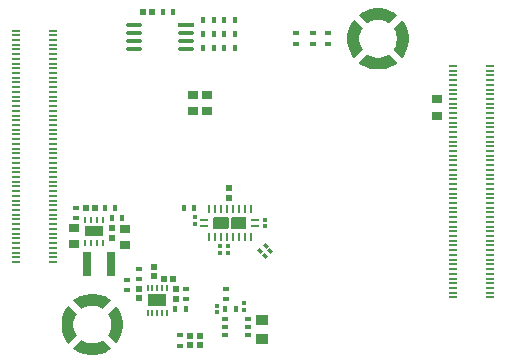
<source format=gbp>
G04*
G04 #@! TF.GenerationSoftware,Altium Limited,Altium Designer,22.11.1 (43)*
G04*
G04 Layer_Color=128*
%FSLAX44Y44*%
%MOMM*%
G71*
G04*
G04 #@! TF.SameCoordinates,EA2F1550-8411-4DB4-965C-DA60C2665ED4*
G04*
G04*
G04 #@! TF.FilePolarity,Positive*
G04*
G01*
G75*
%ADD18R,0.5500X0.4500*%
%ADD19R,0.4500X0.5500*%
%ADD25R,0.9000X0.7000*%
%ADD39R,0.5200X0.5200*%
%ADD40R,0.5200X0.5200*%
%ADD88R,0.7000X0.1800*%
%ADD89R,0.3200X0.3600*%
%ADD90R,0.8000X2.0000*%
%ADD91R,0.2800X0.5000*%
%ADD92R,1.6000X0.9000*%
%ADD93R,1.6002X0.9906*%
%ADD94R,0.2540X0.5588*%
G04:AMPARAMS|DCode=95|XSize=0.25mm|YSize=0.6mm|CornerRadius=0.025mm|HoleSize=0mm|Usage=FLASHONLY|Rotation=180.000|XOffset=0mm|YOffset=0mm|HoleType=Round|Shape=RoundedRectangle|*
%AMROUNDEDRECTD95*
21,1,0.2500,0.5500,0,0,180.0*
21,1,0.2000,0.6000,0,0,180.0*
1,1,0.0500,-0.1000,0.2750*
1,1,0.0500,0.1000,0.2750*
1,1,0.0500,0.1000,-0.2750*
1,1,0.0500,-0.1000,-0.2750*
%
%ADD95ROUNDEDRECTD95*%
G04:AMPARAMS|DCode=96|XSize=0.25mm|YSize=0.6mm|CornerRadius=0.025mm|HoleSize=0mm|Usage=FLASHONLY|Rotation=270.000|XOffset=0mm|YOffset=0mm|HoleType=Round|Shape=RoundedRectangle|*
%AMROUNDEDRECTD96*
21,1,0.2500,0.5500,0,0,270.0*
21,1,0.2000,0.6000,0,0,270.0*
1,1,0.0500,-0.2750,-0.1000*
1,1,0.0500,-0.2750,0.1000*
1,1,0.0500,0.2750,0.1000*
1,1,0.0500,0.2750,-0.1000*
%
%ADD96ROUNDEDRECTD96*%
%ADD98O,1.4000X0.3500*%
%ADD99R,1.4000X0.3500*%
%ADD100R,0.5000X0.4000*%
%ADD101R,1.0000X0.9000*%
G04:AMPARAMS|DCode=102|XSize=0.32mm|YSize=0.36mm|CornerRadius=0mm|HoleSize=0mm|Usage=FLASHONLY|Rotation=45.000|XOffset=0mm|YOffset=0mm|HoleType=Round|Shape=Rectangle|*
%AMROTATEDRECTD102*
4,1,4,0.0141,-0.2404,-0.2404,0.0141,-0.0141,0.2404,0.2404,-0.0141,0.0141,-0.2404,0.0*
%
%ADD102ROTATEDRECTD102*%

G36*
X194067Y119848D02*
X194348Y119566D01*
X194500Y119199D01*
Y119000D01*
Y111000D01*
Y110801D01*
X194348Y110434D01*
X194067Y110152D01*
X193699Y110000D01*
X182301D01*
X181933Y110152D01*
X181652Y110434D01*
X181500Y110801D01*
Y111000D01*
Y119000D01*
Y119199D01*
X181652Y119566D01*
X181933Y119848D01*
X182301Y120000D01*
X193699D01*
X194067Y119848D01*
D02*
G37*
G36*
X85422Y54287D02*
X89508Y52880D01*
X93305Y50818D01*
X95007Y49488D01*
X95007D01*
X88177Y42106D01*
X87151Y42768D01*
X84961Y43848D01*
X82633Y44582D01*
X80220Y44953D01*
X77779D01*
X75367Y44582D01*
X73039Y43848D01*
X70849Y42768D01*
X69823Y42106D01*
X69823Y42106D01*
X62993Y49488D01*
X64695Y50818D01*
X68492Y52880D01*
X72578Y54287D01*
X76839Y55000D01*
X81160D01*
X85422Y54287D01*
D02*
G37*
G36*
X65894Y19823D02*
D01*
X65894Y19823D01*
X65894Y19823D01*
D02*
G37*
G36*
X95007Y8512D02*
X93305Y7182D01*
X89508Y5120D01*
X85422Y3713D01*
X81160Y3000D01*
X76839D01*
X72578Y3713D01*
X68492Y5120D01*
X64695Y7182D01*
X62993Y8512D01*
X62993Y8512D01*
X69823Y15893D01*
X70849Y15232D01*
X73039Y14152D01*
X75367Y13418D01*
X77779Y13047D01*
X80220D01*
X82633Y13418D01*
X84961Y14152D01*
X87151Y15232D01*
X88177Y15893D01*
X88177Y15894D01*
X95007Y8512D01*
D02*
G37*
G36*
X100818Y43305D02*
X102880Y39508D01*
X104287Y35422D01*
X105000Y31160D01*
Y26839D01*
X104287Y22578D01*
X102880Y18492D01*
X100818Y14695D01*
X99488Y12993D01*
X92106Y19823D01*
X92768Y20849D01*
X93848Y23039D01*
X94582Y25367D01*
X94953Y27779D01*
Y30220D01*
X94582Y32633D01*
X93848Y34961D01*
X92768Y37151D01*
X92106Y38177D01*
X92106Y38177D01*
X99488Y45007D01*
X100818Y43305D01*
D02*
G37*
G36*
X65894Y38177D02*
X65232Y37151D01*
X64152Y34961D01*
X63418Y32633D01*
X63047Y30220D01*
Y27779D01*
X63418Y25367D01*
X64152Y23039D01*
X65232Y20849D01*
X65894Y19823D01*
X58512Y12993D01*
X57182Y14695D01*
X55120Y18492D01*
X53713Y22578D01*
X53000Y26839D01*
Y31160D01*
X53713Y35422D01*
X55120Y39508D01*
X57182Y43305D01*
X58512Y45007D01*
X58512Y45007D01*
X65894Y38177D01*
D02*
G37*
G36*
X327422Y296287D02*
X331507Y294880D01*
X335305Y292818D01*
X337007Y291488D01*
X337007D01*
X330177Y284106D01*
X329151Y284768D01*
X326961Y285848D01*
X324633Y286582D01*
X322220Y286953D01*
X319779D01*
X317367Y286582D01*
X315039Y285848D01*
X312849Y284768D01*
X311823Y284106D01*
X311823Y284107D01*
X304993Y291488D01*
X306695Y292818D01*
X310492Y294880D01*
X314578Y296287D01*
X318839Y297000D01*
X323160D01*
X327422Y296287D01*
D02*
G37*
G36*
X307894Y261823D02*
D01*
X307894Y261823D01*
X307894Y261823D01*
D02*
G37*
G36*
X337007Y250512D02*
X335305Y249182D01*
X331507Y247120D01*
X327422Y245713D01*
X323160Y245000D01*
X318839D01*
X314578Y245713D01*
X310492Y247120D01*
X306695Y249182D01*
X304993Y250512D01*
X304993Y250512D01*
X311823Y257894D01*
X312849Y257232D01*
X315039Y256152D01*
X317367Y255418D01*
X319779Y255047D01*
X322220D01*
X324633Y255418D01*
X326961Y256152D01*
X329151Y257232D01*
X330177Y257894D01*
X330177Y257894D01*
X337007Y250512D01*
D02*
G37*
G36*
X342818Y285305D02*
X344880Y281507D01*
X346287Y277422D01*
X347000Y273160D01*
Y268840D01*
X346287Y264578D01*
X344880Y260492D01*
X342818Y256695D01*
X341488Y254993D01*
X334106Y261823D01*
X334768Y262849D01*
X335848Y265039D01*
X336582Y267367D01*
X336953Y269779D01*
Y272220D01*
X336582Y274633D01*
X335848Y276961D01*
X334768Y279151D01*
X334106Y280177D01*
X334106Y280177D01*
X341488Y287007D01*
X342818Y285305D01*
D02*
G37*
G36*
X307894Y280177D02*
X307232Y279151D01*
X306152Y276961D01*
X305418Y274633D01*
X305047Y272220D01*
Y269779D01*
X305418Y267367D01*
X306152Y265039D01*
X307232Y262849D01*
X307894Y261823D01*
X300512Y254993D01*
X299182Y256695D01*
X297120Y260492D01*
X295713Y264578D01*
X295000Y268840D01*
Y273160D01*
X295713Y277422D01*
X297120Y281507D01*
X299182Y285305D01*
X300512Y287007D01*
X300512Y287007D01*
X307894Y280177D01*
D02*
G37*
G36*
X209067Y119848D02*
X209348Y119566D01*
X209500Y119199D01*
Y119000D01*
Y111000D01*
Y110801D01*
X209348Y110434D01*
X209067Y110152D01*
X208699Y110000D01*
X197301D01*
X196933Y110152D01*
X196652Y110434D01*
X196500Y110801D01*
Y111000D01*
Y119000D01*
Y119199D01*
X196652Y119566D01*
X196933Y119848D01*
X197301Y120000D01*
X208699D01*
X209067Y119848D01*
D02*
G37*
D18*
X251500Y267000D02*
D03*
Y276000D02*
D03*
X265500Y276000D02*
D03*
Y267000D02*
D03*
X279000Y276000D02*
D03*
Y267000D02*
D03*
X157999Y50500D02*
D03*
Y59500D02*
D03*
X108500Y58000D02*
D03*
Y67000D02*
D03*
X118500Y76500D02*
D03*
Y67500D02*
D03*
X65000Y128000D02*
D03*
Y119000D02*
D03*
X192000Y59500D02*
D03*
Y50500D02*
D03*
X153100Y10900D02*
D03*
Y19900D02*
D03*
D19*
X104500Y119000D02*
D03*
X95500D02*
D03*
X173000Y286750D02*
D03*
X182000D02*
D03*
X173000Y275000D02*
D03*
X182000D02*
D03*
X190500Y286750D02*
D03*
X199500D02*
D03*
X190500Y275000D02*
D03*
X199500D02*
D03*
X173000Y263500D02*
D03*
X182000D02*
D03*
X147500Y293500D02*
D03*
X138500D02*
D03*
X190500Y263500D02*
D03*
X199500D02*
D03*
X157999Y42500D02*
D03*
X148999D02*
D03*
X98500Y127500D02*
D03*
X89500D02*
D03*
X165500Y127500D02*
D03*
X156500D02*
D03*
X200500Y42500D02*
D03*
X191500D02*
D03*
D25*
X371000Y206000D02*
D03*
Y220000D02*
D03*
X176000Y209500D02*
D03*
Y223500D02*
D03*
X106500Y110000D02*
D03*
Y96000D02*
D03*
X63500Y111000D02*
D03*
Y97000D02*
D03*
X164500Y223500D02*
D03*
Y209500D02*
D03*
D39*
X118499Y51500D02*
D03*
Y59500D02*
D03*
X149499Y59000D02*
D03*
Y51000D02*
D03*
X131000Y70000D02*
D03*
Y78000D02*
D03*
X96000Y102500D02*
D03*
Y110500D02*
D03*
X195000Y136500D02*
D03*
Y144500D02*
D03*
X170100Y19400D02*
D03*
Y11400D02*
D03*
X161600Y19400D02*
D03*
Y11400D02*
D03*
D40*
X73500Y127500D02*
D03*
X81500D02*
D03*
X130000Y293500D02*
D03*
X122000D02*
D03*
X147499Y68000D02*
D03*
X139499D02*
D03*
D88*
X45400Y81999D02*
D03*
X14600D02*
D03*
X45400Y85999D02*
D03*
X14600D02*
D03*
X45400Y89999D02*
D03*
X14600D02*
D03*
X45400Y93999D02*
D03*
X14600D02*
D03*
X45400Y97999D02*
D03*
X14600D02*
D03*
X45400Y101999D02*
D03*
X14600D02*
D03*
X45400Y105999D02*
D03*
X14600D02*
D03*
X45400Y109999D02*
D03*
X14600D02*
D03*
X45400Y113999D02*
D03*
X14600D02*
D03*
X45400Y117999D02*
D03*
X14600D02*
D03*
X45400Y121999D02*
D03*
X14600D02*
D03*
X45400Y125999D02*
D03*
X14600D02*
D03*
Y129999D02*
D03*
X45400D02*
D03*
Y133999D02*
D03*
X14600D02*
D03*
X45400Y137999D02*
D03*
X14600D02*
D03*
X45400Y141999D02*
D03*
X14600D02*
D03*
X45400Y145999D02*
D03*
X14600D02*
D03*
Y149999D02*
D03*
X45400D02*
D03*
Y153999D02*
D03*
X14600D02*
D03*
Y157999D02*
D03*
X45400D02*
D03*
X14600Y161999D02*
D03*
X45400D02*
D03*
X14600Y165999D02*
D03*
X45400D02*
D03*
X14600Y169999D02*
D03*
X45400D02*
D03*
X14600Y173999D02*
D03*
X45400D02*
D03*
Y177999D02*
D03*
X14600D02*
D03*
Y181999D02*
D03*
X45400D02*
D03*
X14600Y185999D02*
D03*
X45400D02*
D03*
X14600Y189999D02*
D03*
X45400D02*
D03*
X14600Y193999D02*
D03*
X45400D02*
D03*
Y197999D02*
D03*
X14600D02*
D03*
Y201999D02*
D03*
X45400D02*
D03*
Y205999D02*
D03*
X14600D02*
D03*
X45400Y209999D02*
D03*
X14600D02*
D03*
X45400Y213999D02*
D03*
X14600D02*
D03*
Y217999D02*
D03*
X45400D02*
D03*
Y221999D02*
D03*
X14600D02*
D03*
X45400Y225999D02*
D03*
X14600D02*
D03*
Y229999D02*
D03*
X45400D02*
D03*
Y233999D02*
D03*
X14600D02*
D03*
X45400Y237999D02*
D03*
X14600D02*
D03*
Y241999D02*
D03*
X45400D02*
D03*
Y245999D02*
D03*
X14600D02*
D03*
X45400Y249999D02*
D03*
X14600D02*
D03*
X45400Y253999D02*
D03*
X14600D02*
D03*
X45400Y257999D02*
D03*
X14600D02*
D03*
X45400Y261999D02*
D03*
X14600D02*
D03*
X45400Y265999D02*
D03*
X14600D02*
D03*
Y269999D02*
D03*
X45400D02*
D03*
Y273999D02*
D03*
X14600D02*
D03*
X45400Y277999D02*
D03*
X14600D02*
D03*
X384600Y247999D02*
D03*
X415400D02*
D03*
X384600Y243999D02*
D03*
X415400D02*
D03*
Y239999D02*
D03*
X384600D02*
D03*
Y235999D02*
D03*
X415400D02*
D03*
X384600Y231999D02*
D03*
X415400D02*
D03*
X384600Y227999D02*
D03*
X415400D02*
D03*
X384600Y223999D02*
D03*
X415400D02*
D03*
X384600Y219999D02*
D03*
X415400D02*
D03*
X384600Y215999D02*
D03*
X415400D02*
D03*
Y211999D02*
D03*
X384600D02*
D03*
Y207999D02*
D03*
X415400D02*
D03*
X384600Y203999D02*
D03*
X415400D02*
D03*
Y199999D02*
D03*
X384600D02*
D03*
Y195999D02*
D03*
X415400D02*
D03*
X384600Y191999D02*
D03*
X415400D02*
D03*
Y187999D02*
D03*
X384600D02*
D03*
Y183999D02*
D03*
X415400D02*
D03*
X384600Y179999D02*
D03*
X415400D02*
D03*
X384600Y175999D02*
D03*
X415400D02*
D03*
Y171999D02*
D03*
X384600D02*
D03*
Y167999D02*
D03*
X415400D02*
D03*
Y163999D02*
D03*
X384600D02*
D03*
X415400Y159999D02*
D03*
X384600D02*
D03*
X415400Y155999D02*
D03*
X384600D02*
D03*
X415400Y151999D02*
D03*
X384600D02*
D03*
Y147999D02*
D03*
X415400D02*
D03*
Y143999D02*
D03*
X384600D02*
D03*
X415400Y139999D02*
D03*
X384600D02*
D03*
X415400Y135999D02*
D03*
X384600D02*
D03*
X415400Y131999D02*
D03*
X384600D02*
D03*
X415400Y127999D02*
D03*
X384600D02*
D03*
Y123999D02*
D03*
X415400D02*
D03*
Y119999D02*
D03*
X384600D02*
D03*
Y115999D02*
D03*
X415400D02*
D03*
X384600Y111999D02*
D03*
X415400D02*
D03*
X384600Y107999D02*
D03*
X415400D02*
D03*
X384600Y103999D02*
D03*
X415400D02*
D03*
Y99999D02*
D03*
X384600D02*
D03*
Y95999D02*
D03*
X415400D02*
D03*
X384600Y91999D02*
D03*
X415400D02*
D03*
X384600Y87999D02*
D03*
X415400D02*
D03*
X384600Y83999D02*
D03*
X415400D02*
D03*
X384600Y79999D02*
D03*
X415400D02*
D03*
X384600Y75999D02*
D03*
X415400D02*
D03*
X384600Y71999D02*
D03*
X415400D02*
D03*
X384600Y67999D02*
D03*
X415400D02*
D03*
X384600Y63999D02*
D03*
X415400D02*
D03*
X384600Y59999D02*
D03*
X415400D02*
D03*
X384600Y55999D02*
D03*
X415400D02*
D03*
X384600Y51999D02*
D03*
X415400D02*
D03*
D89*
X184500Y45000D02*
D03*
Y39400D02*
D03*
X225000Y112200D02*
D03*
Y117800D02*
D03*
X166000Y114200D02*
D03*
Y119800D02*
D03*
X207500Y41400D02*
D03*
Y47000D02*
D03*
X187266Y89708D02*
D03*
Y95308D02*
D03*
X193766Y89708D02*
D03*
Y95308D02*
D03*
D90*
X94500Y80500D02*
D03*
X74500D02*
D03*
D91*
X88000Y98500D02*
D03*
X83000D02*
D03*
X78000D02*
D03*
X73000D02*
D03*
X88000Y117500D02*
D03*
X83000D02*
D03*
X78000D02*
D03*
X73000D02*
D03*
D92*
X80500Y108000D02*
D03*
D93*
X133999Y49500D02*
D03*
D94*
X141999Y60295D02*
D03*
X137999D02*
D03*
X133999D02*
D03*
X129999D02*
D03*
X125999D02*
D03*
Y38705D02*
D03*
X129999D02*
D03*
X133999D02*
D03*
X137999D02*
D03*
X141999D02*
D03*
D95*
X183000Y103500D02*
D03*
X178000D02*
D03*
X203000D02*
D03*
X198000D02*
D03*
X193000D02*
D03*
X188000D02*
D03*
X213000D02*
D03*
X208000D02*
D03*
X213000Y126500D02*
D03*
X198000D02*
D03*
X193000D02*
D03*
X178000D02*
D03*
X203000D02*
D03*
X208000D02*
D03*
X183000D02*
D03*
X188000D02*
D03*
D96*
X174000Y117500D02*
D03*
Y112500D02*
D03*
X217000D02*
D03*
Y117500D02*
D03*
D98*
X114000Y262750D02*
D03*
Y269250D02*
D03*
Y282250D02*
D03*
Y275750D02*
D03*
X158000Y262750D02*
D03*
Y269250D02*
D03*
Y275750D02*
D03*
D99*
Y282250D02*
D03*
D100*
X210500Y20500D02*
D03*
Y27000D02*
D03*
Y33500D02*
D03*
X191500D02*
D03*
Y27000D02*
D03*
Y20500D02*
D03*
D101*
X222500Y16500D02*
D03*
Y32500D02*
D03*
D102*
X225106Y87060D02*
D03*
X221146Y91020D02*
D03*
X229773Y91727D02*
D03*
X225813Y95687D02*
D03*
M02*

</source>
